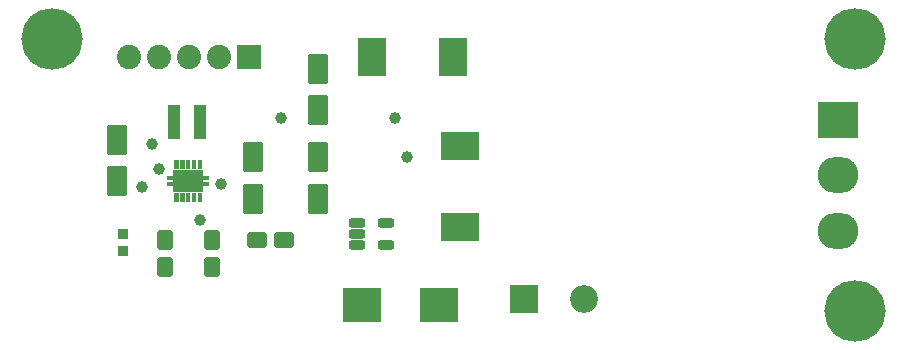
<source format=gbr>
%TF.GenerationSoftware,Altium Limited,Altium Designer,24.0.1 (36)*%
G04 Layer_Color=8388736*
%FSLAX45Y45*%
%MOMM*%
%TF.SameCoordinates,B6A77970-8F51-4162-B198-D5255F9352F6*%
%TF.FilePolarity,Negative*%
%TF.FileFunction,Soldermask,Top*%
%TF.Part,Single*%
G01*
G75*
%TA.AperFunction,SMDPad,CuDef*%
%ADD40R,3.32320X2.49320*%
%ADD41R,2.49320X3.32320*%
G04:AMPARAMS|DCode=42|XSize=2.6mm|YSize=1.7mm|CornerRadius=0.17mm|HoleSize=0mm|Usage=FLASHONLY|Rotation=270.000|XOffset=0mm|YOffset=0mm|HoleType=Round|Shape=RoundedRectangle|*
%AMROUNDEDRECTD42*
21,1,2.60000,1.36000,0,0,270.0*
21,1,2.26000,1.70000,0,0,270.0*
1,1,0.34000,-0.68000,-1.13000*
1,1,0.34000,-0.68000,1.13000*
1,1,0.34000,0.68000,1.13000*
1,1,0.34000,0.68000,-1.13000*
%
%ADD42ROUNDEDRECTD42*%
G04:AMPARAMS|DCode=43|XSize=1.4232mm|YSize=0.8032mm|CornerRadius=0.2516mm|HoleSize=0mm|Usage=FLASHONLY|Rotation=0.000|XOffset=0mm|YOffset=0mm|HoleType=Round|Shape=RoundedRectangle|*
%AMROUNDEDRECTD43*
21,1,1.42320,0.30000,0,0,0.0*
21,1,0.92000,0.80320,0,0,0.0*
1,1,0.50320,0.46000,-0.15000*
1,1,0.50320,-0.46000,-0.15000*
1,1,0.50320,-0.46000,0.15000*
1,1,0.50320,0.46000,0.15000*
%
%ADD43ROUNDEDRECTD43*%
G04:AMPARAMS|DCode=44|XSize=1.624mm|YSize=1.37mm|CornerRadius=0.14525mm|HoleSize=0mm|Usage=FLASHONLY|Rotation=0.000|XOffset=0mm|YOffset=0mm|HoleType=Round|Shape=RoundedRectangle|*
%AMROUNDEDRECTD44*
21,1,1.62400,1.07950,0,0,0.0*
21,1,1.33350,1.37000,0,0,0.0*
1,1,0.29050,0.66675,-0.53975*
1,1,0.29050,-0.66675,-0.53975*
1,1,0.29050,-0.66675,0.53975*
1,1,0.29050,0.66675,0.53975*
%
%ADD44ROUNDEDRECTD44*%
%ADD45R,3.20320X3.00320*%
%ADD46R,1.00320X2.90320*%
G04:AMPARAMS|DCode=47|XSize=1.624mm|YSize=1.37mm|CornerRadius=0.14525mm|HoleSize=0mm|Usage=FLASHONLY|Rotation=90.000|XOffset=0mm|YOffset=0mm|HoleType=Round|Shape=RoundedRectangle|*
%AMROUNDEDRECTD47*
21,1,1.62400,1.07950,0,0,90.0*
21,1,1.33350,1.37000,0,0,90.0*
1,1,0.29050,0.53975,0.66675*
1,1,0.29050,0.53975,-0.66675*
1,1,0.29050,-0.53975,-0.66675*
1,1,0.29050,-0.53975,0.66675*
%
%ADD47ROUNDEDRECTD47*%
G04:AMPARAMS|DCode=48|XSize=0.862mm|YSize=0.862mm|CornerRadius=0.0881mm|HoleSize=0mm|Usage=FLASHONLY|Rotation=90.000|XOffset=0mm|YOffset=0mm|HoleType=Round|Shape=RoundedRectangle|*
%AMROUNDEDRECTD48*
21,1,0.86200,0.68580,0,0,90.0*
21,1,0.68580,0.86200,0,0,90.0*
1,1,0.17620,0.34290,0.34290*
1,1,0.17620,0.34290,-0.34290*
1,1,0.17620,-0.34290,-0.34290*
1,1,0.17620,-0.34290,0.34290*
%
%ADD48ROUNDEDRECTD48*%
%TA.AperFunction,ComponentPad*%
%ADD49R,3.45320X3.05320*%
%ADD50O,3.45320X3.05320*%
%ADD51R,2.35320X2.35320*%
%ADD52C,2.35320*%
%ADD53C,5.20320*%
%ADD54C,2.05320*%
%ADD55R,2.05320X2.05320*%
%TA.AperFunction,ViaPad*%
%ADD56C,1.00320*%
G36*
X1619000Y1553000D02*
X1581000D01*
Y1627000D01*
X1619000D01*
Y1553000D01*
D02*
G37*
G36*
X1569000D02*
X1531000D01*
Y1627000D01*
X1569000D01*
Y1553000D01*
D02*
G37*
G36*
X1519000D02*
X1481000D01*
Y1627000D01*
X1519000D01*
Y1553000D01*
D02*
G37*
G36*
X1469000D02*
X1431000D01*
Y1627000D01*
X1469000D01*
Y1553000D01*
D02*
G37*
G36*
X1419000D02*
X1381000D01*
Y1627000D01*
X1419000D01*
Y1553000D01*
D02*
G37*
G36*
X1627000Y1494500D02*
X1677000D01*
Y1455500D01*
X1627000D01*
Y1444500D01*
X1677000D01*
Y1405500D01*
X1627000D01*
Y1360500D01*
X1373000D01*
Y1405500D01*
X1323000D01*
Y1444500D01*
X1373000D01*
Y1455500D01*
X1323000D01*
Y1494500D01*
X1373000D01*
Y1539500D01*
X1627000D01*
Y1494500D01*
D02*
G37*
G36*
X1619000Y1273000D02*
X1581000D01*
Y1347000D01*
X1619000D01*
Y1273000D01*
D02*
G37*
G36*
X1569000D02*
X1531000D01*
Y1347000D01*
X1569000D01*
Y1273000D01*
D02*
G37*
G36*
X1519000D02*
X1481000D01*
Y1347000D01*
X1519000D01*
Y1273000D01*
D02*
G37*
G36*
X1469000D02*
X1431000D01*
Y1347000D01*
X1469000D01*
Y1273000D01*
D02*
G37*
G36*
X1419000D02*
X1381000D01*
Y1347000D01*
X1419000D01*
Y1273000D01*
D02*
G37*
D40*
X3800000Y1057000D02*
D03*
Y1743000D02*
D03*
D41*
X3057000Y2500000D02*
D03*
X3743000D02*
D03*
D42*
X2600000Y2400000D02*
D03*
Y2050000D02*
D03*
Y1650000D02*
D03*
Y1300000D02*
D03*
X2050000Y1300000D02*
D03*
Y1650000D02*
D03*
X900000Y1800000D02*
D03*
Y1450000D02*
D03*
D43*
X3174500Y1095000D02*
D03*
Y905000D02*
D03*
X2925500D02*
D03*
Y1000000D02*
D03*
Y1095000D02*
D03*
D44*
X2314300Y950000D02*
D03*
X2085700D02*
D03*
D45*
X2975000Y400000D02*
D03*
X3625000D02*
D03*
D46*
X1600000Y1950000D02*
D03*
X1380000D02*
D03*
D47*
X1300000Y950000D02*
D03*
Y721400D02*
D03*
X1700000D02*
D03*
Y950000D02*
D03*
D48*
X950000Y860300D02*
D03*
Y1000000D02*
D03*
D49*
X7000000Y1970000D02*
D03*
D50*
Y1500000D02*
D03*
Y1030000D02*
D03*
D51*
X4346000Y450000D02*
D03*
D52*
X4854000D02*
D03*
D53*
X350000Y2650000D02*
D03*
X7150000Y350000D02*
D03*
Y2650000D02*
D03*
D54*
X1000000Y2500000D02*
D03*
X1762000D02*
D03*
X1508000D02*
D03*
X1254000D02*
D03*
D55*
X2016000D02*
D03*
D56*
X1193800Y1765300D02*
D03*
X1104900Y1397000D02*
D03*
X1778000Y1422400D02*
D03*
X1596058Y1116100D02*
D03*
X3251200Y1981200D02*
D03*
X2286000D02*
D03*
X3350000Y1650000D02*
D03*
X1250000Y1550000D02*
D03*
%TF.MD5,cab446059fe28501f0dc6893321a92fb*%
M02*

</source>
